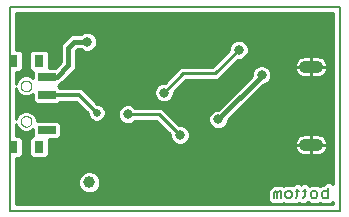
<source format=gbl>
G75*
%MOIN*%
%OFA0B0*%
%FSLAX25Y25*%
%IPPOS*%
%LPD*%
%AMOC8*
5,1,8,0,0,1.08239X$1,22.5*
%
%ADD10C,0.00800*%
%ADD11C,0.00600*%
%ADD12C,0.03937*%
%ADD13C,0.04000*%
%ADD14R,0.05906X0.02756*%
%ADD15R,0.02362X0.03937*%
%ADD16R,0.03150X0.03937*%
%ADD17C,0.00000*%
%ADD18C,0.01000*%
%ADD19C,0.02400*%
%ADD20C,0.02578*%
%ADD21C,0.03200*%
%ADD22C,0.01200*%
%ADD23C,0.01600*%
D10*
X0101036Y0048333D02*
X0101036Y0116333D01*
X0211036Y0116333D01*
X0211036Y0048333D01*
X0101036Y0048333D01*
D11*
X0189121Y0052570D02*
X0189121Y0054272D01*
X0189688Y0054839D01*
X0190255Y0054272D01*
X0190255Y0052570D01*
X0191390Y0052570D02*
X0191390Y0054839D01*
X0190823Y0054839D01*
X0190255Y0054272D01*
X0192804Y0054272D02*
X0192804Y0053137D01*
X0193371Y0052570D01*
X0194506Y0052570D01*
X0195073Y0053137D01*
X0195073Y0054272D01*
X0194506Y0054839D01*
X0193371Y0054839D01*
X0192804Y0054272D01*
X0196394Y0054839D02*
X0197528Y0054839D01*
X0196961Y0055406D02*
X0196961Y0053137D01*
X0196394Y0052570D01*
X0198849Y0052570D02*
X0199417Y0053137D01*
X0199417Y0055406D01*
X0199984Y0054839D02*
X0198849Y0054839D01*
X0201398Y0054272D02*
X0201398Y0053137D01*
X0201965Y0052570D01*
X0203100Y0052570D01*
X0203667Y0053137D01*
X0203667Y0054272D01*
X0203100Y0054839D01*
X0201965Y0054839D01*
X0201398Y0054272D01*
X0205081Y0054272D02*
X0205081Y0053137D01*
X0205649Y0052570D01*
X0207350Y0052570D01*
X0207350Y0055973D01*
X0207350Y0054839D02*
X0205649Y0054839D01*
X0205081Y0054272D01*
D12*
X0127636Y0057733D03*
D13*
X0199567Y0070341D02*
X0203567Y0070341D01*
X0203567Y0096325D02*
X0199567Y0096325D01*
D14*
X0113457Y0092861D03*
X0113457Y0086955D03*
X0113457Y0075144D03*
D15*
X0102630Y0069633D03*
X0102630Y0098373D03*
D16*
X0110898Y0098373D03*
X0110898Y0069633D03*
D17*
X0104795Y0078097D02*
X0104797Y0078181D01*
X0104803Y0078264D01*
X0104813Y0078347D01*
X0104827Y0078430D01*
X0104844Y0078512D01*
X0104866Y0078593D01*
X0104891Y0078672D01*
X0104920Y0078751D01*
X0104953Y0078828D01*
X0104989Y0078903D01*
X0105029Y0078977D01*
X0105072Y0079049D01*
X0105119Y0079118D01*
X0105169Y0079185D01*
X0105222Y0079250D01*
X0105278Y0079312D01*
X0105336Y0079372D01*
X0105398Y0079429D01*
X0105462Y0079482D01*
X0105529Y0079533D01*
X0105598Y0079580D01*
X0105669Y0079625D01*
X0105742Y0079665D01*
X0105817Y0079702D01*
X0105894Y0079736D01*
X0105972Y0079766D01*
X0106051Y0079792D01*
X0106132Y0079815D01*
X0106214Y0079833D01*
X0106296Y0079848D01*
X0106379Y0079859D01*
X0106462Y0079866D01*
X0106546Y0079869D01*
X0106630Y0079868D01*
X0106713Y0079863D01*
X0106797Y0079854D01*
X0106879Y0079841D01*
X0106961Y0079825D01*
X0107042Y0079804D01*
X0107123Y0079780D01*
X0107201Y0079752D01*
X0107279Y0079720D01*
X0107355Y0079684D01*
X0107429Y0079645D01*
X0107501Y0079603D01*
X0107571Y0079557D01*
X0107639Y0079508D01*
X0107704Y0079456D01*
X0107767Y0079401D01*
X0107827Y0079343D01*
X0107885Y0079282D01*
X0107939Y0079218D01*
X0107991Y0079152D01*
X0108039Y0079084D01*
X0108084Y0079013D01*
X0108125Y0078940D01*
X0108164Y0078866D01*
X0108198Y0078790D01*
X0108229Y0078712D01*
X0108256Y0078633D01*
X0108280Y0078552D01*
X0108299Y0078471D01*
X0108315Y0078389D01*
X0108327Y0078306D01*
X0108335Y0078222D01*
X0108339Y0078139D01*
X0108339Y0078055D01*
X0108335Y0077972D01*
X0108327Y0077888D01*
X0108315Y0077805D01*
X0108299Y0077723D01*
X0108280Y0077642D01*
X0108256Y0077561D01*
X0108229Y0077482D01*
X0108198Y0077404D01*
X0108164Y0077328D01*
X0108125Y0077254D01*
X0108084Y0077181D01*
X0108039Y0077110D01*
X0107991Y0077042D01*
X0107939Y0076976D01*
X0107885Y0076912D01*
X0107827Y0076851D01*
X0107767Y0076793D01*
X0107704Y0076738D01*
X0107639Y0076686D01*
X0107571Y0076637D01*
X0107501Y0076591D01*
X0107429Y0076549D01*
X0107355Y0076510D01*
X0107279Y0076474D01*
X0107201Y0076442D01*
X0107123Y0076414D01*
X0107042Y0076390D01*
X0106961Y0076369D01*
X0106879Y0076353D01*
X0106797Y0076340D01*
X0106713Y0076331D01*
X0106630Y0076326D01*
X0106546Y0076325D01*
X0106462Y0076328D01*
X0106379Y0076335D01*
X0106296Y0076346D01*
X0106214Y0076361D01*
X0106132Y0076379D01*
X0106051Y0076402D01*
X0105972Y0076428D01*
X0105894Y0076458D01*
X0105817Y0076492D01*
X0105742Y0076529D01*
X0105669Y0076569D01*
X0105598Y0076614D01*
X0105529Y0076661D01*
X0105462Y0076712D01*
X0105398Y0076765D01*
X0105336Y0076822D01*
X0105278Y0076882D01*
X0105222Y0076944D01*
X0105169Y0077009D01*
X0105119Y0077076D01*
X0105072Y0077145D01*
X0105029Y0077217D01*
X0104989Y0077291D01*
X0104953Y0077366D01*
X0104920Y0077443D01*
X0104891Y0077522D01*
X0104866Y0077601D01*
X0104844Y0077682D01*
X0104827Y0077764D01*
X0104813Y0077847D01*
X0104803Y0077930D01*
X0104797Y0078013D01*
X0104795Y0078097D01*
X0104795Y0089908D02*
X0104797Y0089992D01*
X0104803Y0090075D01*
X0104813Y0090158D01*
X0104827Y0090241D01*
X0104844Y0090323D01*
X0104866Y0090404D01*
X0104891Y0090483D01*
X0104920Y0090562D01*
X0104953Y0090639D01*
X0104989Y0090714D01*
X0105029Y0090788D01*
X0105072Y0090860D01*
X0105119Y0090929D01*
X0105169Y0090996D01*
X0105222Y0091061D01*
X0105278Y0091123D01*
X0105336Y0091183D01*
X0105398Y0091240D01*
X0105462Y0091293D01*
X0105529Y0091344D01*
X0105598Y0091391D01*
X0105669Y0091436D01*
X0105742Y0091476D01*
X0105817Y0091513D01*
X0105894Y0091547D01*
X0105972Y0091577D01*
X0106051Y0091603D01*
X0106132Y0091626D01*
X0106214Y0091644D01*
X0106296Y0091659D01*
X0106379Y0091670D01*
X0106462Y0091677D01*
X0106546Y0091680D01*
X0106630Y0091679D01*
X0106713Y0091674D01*
X0106797Y0091665D01*
X0106879Y0091652D01*
X0106961Y0091636D01*
X0107042Y0091615D01*
X0107123Y0091591D01*
X0107201Y0091563D01*
X0107279Y0091531D01*
X0107355Y0091495D01*
X0107429Y0091456D01*
X0107501Y0091414D01*
X0107571Y0091368D01*
X0107639Y0091319D01*
X0107704Y0091267D01*
X0107767Y0091212D01*
X0107827Y0091154D01*
X0107885Y0091093D01*
X0107939Y0091029D01*
X0107991Y0090963D01*
X0108039Y0090895D01*
X0108084Y0090824D01*
X0108125Y0090751D01*
X0108164Y0090677D01*
X0108198Y0090601D01*
X0108229Y0090523D01*
X0108256Y0090444D01*
X0108280Y0090363D01*
X0108299Y0090282D01*
X0108315Y0090200D01*
X0108327Y0090117D01*
X0108335Y0090033D01*
X0108339Y0089950D01*
X0108339Y0089866D01*
X0108335Y0089783D01*
X0108327Y0089699D01*
X0108315Y0089616D01*
X0108299Y0089534D01*
X0108280Y0089453D01*
X0108256Y0089372D01*
X0108229Y0089293D01*
X0108198Y0089215D01*
X0108164Y0089139D01*
X0108125Y0089065D01*
X0108084Y0088992D01*
X0108039Y0088921D01*
X0107991Y0088853D01*
X0107939Y0088787D01*
X0107885Y0088723D01*
X0107827Y0088662D01*
X0107767Y0088604D01*
X0107704Y0088549D01*
X0107639Y0088497D01*
X0107571Y0088448D01*
X0107501Y0088402D01*
X0107429Y0088360D01*
X0107355Y0088321D01*
X0107279Y0088285D01*
X0107201Y0088253D01*
X0107123Y0088225D01*
X0107042Y0088201D01*
X0106961Y0088180D01*
X0106879Y0088164D01*
X0106797Y0088151D01*
X0106713Y0088142D01*
X0106630Y0088137D01*
X0106546Y0088136D01*
X0106462Y0088139D01*
X0106379Y0088146D01*
X0106296Y0088157D01*
X0106214Y0088172D01*
X0106132Y0088190D01*
X0106051Y0088213D01*
X0105972Y0088239D01*
X0105894Y0088269D01*
X0105817Y0088303D01*
X0105742Y0088340D01*
X0105669Y0088380D01*
X0105598Y0088425D01*
X0105529Y0088472D01*
X0105462Y0088523D01*
X0105398Y0088576D01*
X0105336Y0088633D01*
X0105278Y0088693D01*
X0105222Y0088755D01*
X0105169Y0088820D01*
X0105119Y0088887D01*
X0105072Y0088956D01*
X0105029Y0089028D01*
X0104989Y0089102D01*
X0104953Y0089177D01*
X0104920Y0089254D01*
X0104891Y0089333D01*
X0104866Y0089412D01*
X0104844Y0089493D01*
X0104827Y0089575D01*
X0104813Y0089658D01*
X0104803Y0089741D01*
X0104797Y0089824D01*
X0104795Y0089908D01*
D18*
X0103136Y0089121D02*
X0103624Y0087942D01*
X0104601Y0086965D01*
X0105877Y0086436D01*
X0107258Y0086436D01*
X0108534Y0086965D01*
X0108804Y0087236D01*
X0108804Y0084873D01*
X0109800Y0083877D01*
X0117114Y0083877D01*
X0117892Y0084655D01*
X0123193Y0084655D01*
X0127102Y0080747D01*
X0127102Y0080416D01*
X0127557Y0079317D01*
X0128398Y0078477D01*
X0129496Y0078022D01*
X0130686Y0078022D01*
X0131784Y0078477D01*
X0132625Y0079317D01*
X0133080Y0080416D01*
X0133080Y0081605D01*
X0132625Y0082704D01*
X0131784Y0083544D01*
X0130686Y0083999D01*
X0130355Y0083999D01*
X0126446Y0087908D01*
X0125099Y0089255D01*
X0117892Y0089255D01*
X0117239Y0089908D01*
X0118010Y0090679D01*
X0118161Y0090741D01*
X0122058Y0094639D01*
X0122058Y0094639D01*
X0122762Y0095342D01*
X0123142Y0096261D01*
X0123142Y0101628D01*
X0123646Y0102133D01*
X0124775Y0102133D01*
X0125072Y0101835D01*
X0126285Y0101333D01*
X0127598Y0101333D01*
X0128811Y0101835D01*
X0129739Y0102763D01*
X0130241Y0103976D01*
X0130241Y0105289D01*
X0129739Y0106502D01*
X0128811Y0107430D01*
X0127598Y0107933D01*
X0126285Y0107933D01*
X0125072Y0107430D01*
X0124775Y0107133D01*
X0122113Y0107133D01*
X0121195Y0106752D01*
X0118523Y0104080D01*
X0118142Y0103161D01*
X0118142Y0097794D01*
X0116287Y0095939D01*
X0114173Y0095939D01*
X0114173Y0101045D01*
X0113177Y0102041D01*
X0108619Y0102041D01*
X0107623Y0101045D01*
X0107623Y0095700D01*
X0108619Y0094704D01*
X0108804Y0094704D01*
X0108804Y0092581D01*
X0108534Y0092851D01*
X0107258Y0093380D01*
X0105877Y0093380D01*
X0104601Y0092851D01*
X0103624Y0091875D01*
X0103136Y0090696D01*
X0103136Y0094704D01*
X0104516Y0094704D01*
X0105511Y0095700D01*
X0105511Y0101045D01*
X0104516Y0102041D01*
X0103136Y0102041D01*
X0103136Y0114233D01*
X0208936Y0114233D01*
X0208936Y0057216D01*
X0208179Y0057973D01*
X0206522Y0057973D01*
X0205387Y0056839D01*
X0204820Y0056839D01*
X0204374Y0056393D01*
X0203928Y0056839D01*
X0201137Y0056839D01*
X0200975Y0056677D01*
X0200812Y0056839D01*
X0200245Y0057406D01*
X0198588Y0057406D01*
X0198189Y0057007D01*
X0197790Y0057406D01*
X0196133Y0057406D01*
X0195566Y0056839D01*
X0195450Y0056723D01*
X0195334Y0056839D01*
X0192543Y0056839D01*
X0192381Y0056677D01*
X0192218Y0056839D01*
X0188860Y0056839D01*
X0187688Y0055667D01*
X0187121Y0055100D01*
X0187121Y0051742D01*
X0188293Y0050570D01*
X0192218Y0050570D01*
X0192381Y0050733D01*
X0192543Y0050570D01*
X0195334Y0050570D01*
X0195450Y0050686D01*
X0195566Y0050570D01*
X0197222Y0050570D01*
X0197622Y0050970D01*
X0198021Y0050570D01*
X0199678Y0050570D01*
X0200407Y0051300D01*
X0200570Y0051137D01*
X0201137Y0050570D01*
X0203928Y0050570D01*
X0204374Y0051016D01*
X0204820Y0050570D01*
X0208179Y0050570D01*
X0208936Y0051328D01*
X0208936Y0050433D01*
X0103136Y0050433D01*
X0103136Y0065964D01*
X0104516Y0065964D01*
X0105511Y0066960D01*
X0105511Y0072305D01*
X0104516Y0073301D01*
X0103136Y0073301D01*
X0103136Y0077310D01*
X0103624Y0076131D01*
X0104601Y0075154D01*
X0105877Y0074625D01*
X0107258Y0074625D01*
X0108534Y0075154D01*
X0108804Y0075424D01*
X0108804Y0073301D01*
X0108619Y0073301D01*
X0107623Y0072305D01*
X0107623Y0066960D01*
X0108619Y0065964D01*
X0113177Y0065964D01*
X0114173Y0066960D01*
X0114173Y0072066D01*
X0117114Y0072066D01*
X0118110Y0073062D01*
X0118110Y0077226D01*
X0117114Y0078222D01*
X0110039Y0078222D01*
X0110039Y0078788D01*
X0109511Y0080064D01*
X0108534Y0081040D01*
X0107258Y0081569D01*
X0105877Y0081569D01*
X0104601Y0081040D01*
X0103624Y0080064D01*
X0103136Y0078885D01*
X0103136Y0089121D01*
X0103136Y0088274D02*
X0103487Y0088274D01*
X0103136Y0087275D02*
X0104291Y0087275D01*
X0103136Y0086277D02*
X0108804Y0086277D01*
X0108804Y0085278D02*
X0103136Y0085278D01*
X0103136Y0084280D02*
X0109398Y0084280D01*
X0103136Y0083281D02*
X0124568Y0083281D01*
X0125566Y0082283D02*
X0103136Y0082283D01*
X0103136Y0081284D02*
X0105190Y0081284D01*
X0103846Y0080286D02*
X0103136Y0080286D01*
X0103136Y0079287D02*
X0103303Y0079287D01*
X0107945Y0081284D02*
X0126565Y0081284D01*
X0127156Y0080286D02*
X0109288Y0080286D01*
X0109832Y0079287D02*
X0127587Y0079287D01*
X0128852Y0078289D02*
X0110039Y0078289D01*
X0103144Y0077290D02*
X0103136Y0077290D01*
X0103136Y0076292D02*
X0103558Y0076292D01*
X0103136Y0075293D02*
X0104462Y0075293D01*
X0103136Y0074295D02*
X0108804Y0074295D01*
X0108804Y0075293D02*
X0108673Y0075293D01*
X0108614Y0073296D02*
X0104521Y0073296D01*
X0105511Y0072298D02*
X0107623Y0072298D01*
X0107623Y0071299D02*
X0105511Y0071299D01*
X0105511Y0070301D02*
X0107623Y0070301D01*
X0107623Y0069302D02*
X0105511Y0069302D01*
X0105511Y0068304D02*
X0107623Y0068304D01*
X0107623Y0067305D02*
X0105511Y0067305D01*
X0104858Y0066307D02*
X0108277Y0066307D01*
X0103136Y0065308D02*
X0208936Y0065308D01*
X0208936Y0064310D02*
X0103136Y0064310D01*
X0103136Y0063311D02*
X0208936Y0063311D01*
X0208936Y0062312D02*
X0103136Y0062312D01*
X0103136Y0061314D02*
X0126694Y0061314D01*
X0126906Y0061402D02*
X0125558Y0060843D01*
X0124526Y0059811D01*
X0123967Y0058463D01*
X0123967Y0057004D01*
X0124526Y0055655D01*
X0125558Y0054623D01*
X0126906Y0054065D01*
X0128366Y0054065D01*
X0129714Y0054623D01*
X0130746Y0055655D01*
X0131304Y0057004D01*
X0131304Y0058463D01*
X0130746Y0059811D01*
X0129714Y0060843D01*
X0128366Y0061402D01*
X0126906Y0061402D01*
X0128578Y0061314D02*
X0208936Y0061314D01*
X0208936Y0060315D02*
X0130242Y0060315D01*
X0130951Y0059317D02*
X0208936Y0059317D01*
X0208936Y0058318D02*
X0131304Y0058318D01*
X0131304Y0057320D02*
X0196047Y0057320D01*
X0197876Y0057320D02*
X0198502Y0057320D01*
X0200331Y0057320D02*
X0205868Y0057320D01*
X0208832Y0057320D02*
X0208936Y0057320D01*
X0188342Y0056321D02*
X0131022Y0056321D01*
X0130414Y0055323D02*
X0187344Y0055323D01*
X0187688Y0055667D02*
X0187688Y0055667D01*
X0187121Y0054324D02*
X0128992Y0054324D01*
X0126280Y0054324D02*
X0103136Y0054324D01*
X0103136Y0053326D02*
X0187121Y0053326D01*
X0187121Y0052327D02*
X0103136Y0052327D01*
X0103136Y0051329D02*
X0187534Y0051329D01*
X0197910Y0067240D02*
X0198546Y0066976D01*
X0199223Y0066841D01*
X0201567Y0066841D01*
X0201567Y0070341D01*
X0196067Y0070341D01*
X0196067Y0069996D01*
X0196202Y0069320D01*
X0196466Y0068683D01*
X0196849Y0068110D01*
X0197336Y0067623D01*
X0197910Y0067240D01*
X0197812Y0067305D02*
X0114173Y0067305D01*
X0114173Y0068304D02*
X0196720Y0068304D01*
X0196209Y0069302D02*
X0114173Y0069302D01*
X0114173Y0070301D02*
X0157017Y0070301D01*
X0157179Y0070233D02*
X0158492Y0070233D01*
X0159705Y0070736D01*
X0160634Y0071664D01*
X0161136Y0072877D01*
X0161136Y0074190D01*
X0160634Y0075403D01*
X0159705Y0076331D01*
X0158492Y0076833D01*
X0157647Y0076833D01*
X0151810Y0082670D01*
X0142903Y0082670D01*
X0142305Y0083268D01*
X0141092Y0083770D01*
X0139779Y0083770D01*
X0138567Y0083268D01*
X0137638Y0082340D01*
X0137136Y0081127D01*
X0137136Y0079814D01*
X0137638Y0078601D01*
X0138567Y0077673D01*
X0139779Y0077170D01*
X0141092Y0077170D01*
X0142305Y0077673D01*
X0142903Y0078270D01*
X0149988Y0078270D01*
X0154536Y0073722D01*
X0154536Y0072877D01*
X0155038Y0071664D01*
X0155967Y0070736D01*
X0157179Y0070233D01*
X0158655Y0070301D02*
X0196067Y0070301D01*
X0196067Y0070341D02*
X0201567Y0070341D01*
X0201567Y0070341D01*
X0201567Y0070341D01*
X0201567Y0066841D01*
X0203912Y0066841D01*
X0204588Y0066976D01*
X0205225Y0067240D01*
X0205799Y0067623D01*
X0206286Y0068110D01*
X0206669Y0068683D01*
X0206933Y0069320D01*
X0207067Y0069996D01*
X0207067Y0070341D01*
X0201568Y0070341D01*
X0201568Y0070341D01*
X0207067Y0070341D01*
X0207067Y0070686D01*
X0206933Y0071362D01*
X0206669Y0071999D01*
X0206286Y0072572D01*
X0205799Y0073060D01*
X0205225Y0073443D01*
X0204588Y0073707D01*
X0203912Y0073841D01*
X0201567Y0073841D01*
X0199223Y0073841D01*
X0198546Y0073707D01*
X0197910Y0073443D01*
X0197336Y0073060D01*
X0196849Y0072572D01*
X0196466Y0071999D01*
X0196202Y0071362D01*
X0196067Y0070686D01*
X0196067Y0070341D01*
X0196189Y0071299D02*
X0160269Y0071299D01*
X0160896Y0072298D02*
X0196665Y0072298D01*
X0197690Y0073296D02*
X0161136Y0073296D01*
X0161092Y0074295D02*
X0208936Y0074295D01*
X0208936Y0075293D02*
X0160679Y0075293D01*
X0159744Y0076292D02*
X0168411Y0076292D01*
X0168767Y0075936D02*
X0169979Y0075433D01*
X0171292Y0075433D01*
X0172505Y0075936D01*
X0173434Y0076864D01*
X0173936Y0078077D01*
X0173936Y0078498D01*
X0185671Y0090233D01*
X0185692Y0090233D01*
X0186905Y0090736D01*
X0187834Y0091664D01*
X0188336Y0092877D01*
X0188336Y0094190D01*
X0187834Y0095403D01*
X0186905Y0096331D01*
X0185692Y0096833D01*
X0184379Y0096833D01*
X0183167Y0096331D01*
X0182238Y0095403D01*
X0181736Y0094190D01*
X0181736Y0093369D01*
X0170400Y0082033D01*
X0169979Y0082033D01*
X0168767Y0081531D01*
X0167838Y0080603D01*
X0167336Y0079390D01*
X0167336Y0078077D01*
X0167838Y0076864D01*
X0168767Y0075936D01*
X0167662Y0077290D02*
X0157190Y0077290D01*
X0156192Y0078289D02*
X0167336Y0078289D01*
X0167336Y0079287D02*
X0155193Y0079287D01*
X0154195Y0080286D02*
X0167707Y0080286D01*
X0168520Y0081284D02*
X0153196Y0081284D01*
X0152198Y0082283D02*
X0170650Y0082283D01*
X0171648Y0083281D02*
X0142273Y0083281D01*
X0140436Y0080470D02*
X0150899Y0080470D01*
X0157836Y0073533D01*
X0154776Y0072298D02*
X0117345Y0072298D01*
X0118110Y0073296D02*
X0154536Y0073296D01*
X0153963Y0074295D02*
X0118110Y0074295D01*
X0118110Y0075293D02*
X0152965Y0075293D01*
X0151966Y0076292D02*
X0118110Y0076292D01*
X0118046Y0077290D02*
X0139490Y0077290D01*
X0137951Y0078289D02*
X0131331Y0078289D01*
X0132595Y0079287D02*
X0137354Y0079287D01*
X0137136Y0080286D02*
X0133026Y0080286D01*
X0133080Y0081284D02*
X0137201Y0081284D01*
X0137615Y0082283D02*
X0132799Y0082283D01*
X0132047Y0083281D02*
X0138599Y0083281D01*
X0130074Y0084280D02*
X0172647Y0084280D01*
X0173645Y0085278D02*
X0154774Y0085278D01*
X0154401Y0084906D02*
X0155330Y0085834D01*
X0155832Y0087047D01*
X0155832Y0087892D01*
X0159802Y0091862D01*
X0170476Y0091862D01*
X0177247Y0098633D01*
X0178092Y0098633D01*
X0179305Y0099136D01*
X0180234Y0100064D01*
X0180736Y0101277D01*
X0180736Y0102590D01*
X0180234Y0103803D01*
X0179305Y0104731D01*
X0178092Y0105233D01*
X0176779Y0105233D01*
X0175567Y0104731D01*
X0174638Y0103803D01*
X0174136Y0102590D01*
X0174136Y0101745D01*
X0168654Y0096262D01*
X0157980Y0096262D01*
X0156691Y0094974D01*
X0152721Y0091003D01*
X0151876Y0091003D01*
X0150663Y0090501D01*
X0149734Y0089573D01*
X0149232Y0088360D01*
X0149232Y0087047D01*
X0149734Y0085834D01*
X0150663Y0084906D01*
X0151876Y0084403D01*
X0153188Y0084403D01*
X0154401Y0084906D01*
X0150290Y0085278D02*
X0129076Y0085278D01*
X0128077Y0086277D02*
X0149551Y0086277D01*
X0149232Y0087275D02*
X0127079Y0087275D01*
X0126080Y0088274D02*
X0149232Y0088274D01*
X0149610Y0089272D02*
X0117875Y0089272D01*
X0117602Y0090271D02*
X0150432Y0090271D01*
X0152987Y0091269D02*
X0118689Y0091269D01*
X0119687Y0092268D02*
X0153985Y0092268D01*
X0154984Y0093266D02*
X0120686Y0093266D01*
X0121684Y0094265D02*
X0155982Y0094265D01*
X0156981Y0095263D02*
X0122683Y0095263D01*
X0123142Y0096262D02*
X0157979Y0096262D01*
X0158891Y0094062D02*
X0169565Y0094062D01*
X0177436Y0101933D01*
X0180462Y0103251D02*
X0208936Y0103251D01*
X0208936Y0102253D02*
X0180736Y0102253D01*
X0180727Y0101254D02*
X0208936Y0101254D01*
X0208936Y0100256D02*
X0180313Y0100256D01*
X0179427Y0099257D02*
X0197656Y0099257D01*
X0197910Y0099427D02*
X0197336Y0099044D01*
X0196849Y0098557D01*
X0196466Y0097983D01*
X0196202Y0097346D01*
X0196067Y0096670D01*
X0196067Y0096326D01*
X0201567Y0096326D01*
X0201567Y0099825D01*
X0199223Y0099825D01*
X0198546Y0099691D01*
X0197910Y0099427D01*
X0196650Y0098259D02*
X0176873Y0098259D01*
X0175874Y0097260D02*
X0196185Y0097260D01*
X0196067Y0096325D02*
X0196067Y0095981D01*
X0196202Y0095305D01*
X0196466Y0094668D01*
X0196849Y0094094D01*
X0197336Y0093607D01*
X0197910Y0093224D01*
X0198546Y0092960D01*
X0199223Y0092825D01*
X0201567Y0092825D01*
X0201567Y0096325D01*
X0201567Y0096325D01*
X0196067Y0096325D01*
X0196067Y0096262D02*
X0186974Y0096262D01*
X0187891Y0095263D02*
X0196219Y0095263D01*
X0196735Y0094265D02*
X0188305Y0094265D01*
X0188336Y0093266D02*
X0197846Y0093266D01*
X0201567Y0093266D02*
X0201567Y0093266D01*
X0201567Y0092825D02*
X0203912Y0092825D01*
X0204588Y0092960D01*
X0205225Y0093224D01*
X0205799Y0093607D01*
X0206286Y0094094D01*
X0206669Y0094668D01*
X0206933Y0095305D01*
X0207067Y0095981D01*
X0207067Y0096325D01*
X0201568Y0096325D01*
X0201568Y0096326D01*
X0201567Y0096326D02*
X0201567Y0096326D01*
X0201567Y0096325D01*
X0201567Y0092825D01*
X0201567Y0094265D02*
X0201567Y0094265D01*
X0201567Y0095263D02*
X0201567Y0095263D01*
X0201567Y0096262D02*
X0201567Y0096262D01*
X0201568Y0096326D02*
X0207067Y0096326D01*
X0207067Y0096670D01*
X0206933Y0097346D01*
X0206669Y0097983D01*
X0206286Y0098557D01*
X0205799Y0099044D01*
X0205225Y0099427D01*
X0204588Y0099691D01*
X0203912Y0099825D01*
X0201567Y0099825D01*
X0201567Y0096326D01*
X0201567Y0097260D02*
X0201567Y0097260D01*
X0201567Y0098259D02*
X0201567Y0098259D01*
X0201567Y0099257D02*
X0201567Y0099257D01*
X0205479Y0099257D02*
X0208936Y0099257D01*
X0208936Y0098259D02*
X0206485Y0098259D01*
X0206950Y0097260D02*
X0208936Y0097260D01*
X0208936Y0096262D02*
X0207067Y0096262D01*
X0206916Y0095263D02*
X0208936Y0095263D01*
X0208936Y0094265D02*
X0206400Y0094265D01*
X0205289Y0093266D02*
X0208936Y0093266D01*
X0208936Y0092268D02*
X0188084Y0092268D01*
X0187439Y0091269D02*
X0208936Y0091269D01*
X0208936Y0090271D02*
X0185783Y0090271D01*
X0184710Y0089272D02*
X0208936Y0089272D01*
X0208936Y0088274D02*
X0183712Y0088274D01*
X0182713Y0087275D02*
X0208936Y0087275D01*
X0208936Y0086277D02*
X0181715Y0086277D01*
X0180716Y0085278D02*
X0208936Y0085278D01*
X0208936Y0084280D02*
X0179718Y0084280D01*
X0178719Y0083281D02*
X0208936Y0083281D01*
X0208936Y0082283D02*
X0177721Y0082283D01*
X0176722Y0081284D02*
X0208936Y0081284D01*
X0208936Y0080286D02*
X0175724Y0080286D01*
X0174725Y0079287D02*
X0208936Y0079287D01*
X0208936Y0078289D02*
X0173936Y0078289D01*
X0173610Y0077290D02*
X0208936Y0077290D01*
X0208936Y0076292D02*
X0172861Y0076292D01*
X0155403Y0071299D02*
X0114173Y0071299D01*
X0113520Y0066307D02*
X0208936Y0066307D01*
X0208936Y0067305D02*
X0205323Y0067305D01*
X0206415Y0068304D02*
X0208936Y0068304D01*
X0208936Y0069302D02*
X0206925Y0069302D01*
X0207067Y0070301D02*
X0208936Y0070301D01*
X0208936Y0071299D02*
X0206945Y0071299D01*
X0206470Y0072298D02*
X0208936Y0072298D01*
X0208936Y0073296D02*
X0205445Y0073296D01*
X0201567Y0073296D02*
X0201567Y0073296D01*
X0201567Y0073841D02*
X0201567Y0070341D01*
X0201567Y0070341D01*
X0201567Y0073841D01*
X0201567Y0072298D02*
X0201567Y0072298D01*
X0201567Y0071299D02*
X0201567Y0071299D01*
X0201567Y0070301D02*
X0201567Y0070301D01*
X0201567Y0069302D02*
X0201567Y0069302D01*
X0201567Y0068304D02*
X0201567Y0068304D01*
X0201567Y0067305D02*
X0201567Y0067305D01*
X0150968Y0077290D02*
X0141382Y0077290D01*
X0123569Y0084280D02*
X0117516Y0084280D01*
X0103374Y0091269D02*
X0103136Y0091269D01*
X0103136Y0092268D02*
X0104017Y0092268D01*
X0103136Y0093266D02*
X0105603Y0093266D01*
X0107532Y0093266D02*
X0108804Y0093266D01*
X0108804Y0094265D02*
X0103136Y0094265D01*
X0105075Y0095263D02*
X0108060Y0095263D01*
X0107623Y0096262D02*
X0105511Y0096262D01*
X0105511Y0097260D02*
X0107623Y0097260D01*
X0107623Y0098259D02*
X0105511Y0098259D01*
X0105511Y0099257D02*
X0107623Y0099257D01*
X0107623Y0100256D02*
X0105511Y0100256D01*
X0105302Y0101254D02*
X0107832Y0101254D01*
X0103136Y0102253D02*
X0118142Y0102253D01*
X0118142Y0101254D02*
X0113964Y0101254D01*
X0114173Y0100256D02*
X0118142Y0100256D01*
X0118142Y0099257D02*
X0114173Y0099257D01*
X0114173Y0098259D02*
X0118142Y0098259D01*
X0117609Y0097260D02*
X0114173Y0097260D01*
X0114173Y0096262D02*
X0116610Y0096262D01*
X0123142Y0097260D02*
X0169652Y0097260D01*
X0170650Y0098259D02*
X0123142Y0098259D01*
X0123142Y0099257D02*
X0171649Y0099257D01*
X0172647Y0100256D02*
X0123142Y0100256D01*
X0123142Y0101254D02*
X0173646Y0101254D01*
X0174136Y0102253D02*
X0129229Y0102253D01*
X0129941Y0103251D02*
X0174410Y0103251D01*
X0175086Y0104250D02*
X0130241Y0104250D01*
X0130241Y0105248D02*
X0208936Y0105248D01*
X0208936Y0104250D02*
X0179786Y0104250D01*
X0183098Y0096262D02*
X0174876Y0096262D01*
X0173877Y0095263D02*
X0182181Y0095263D01*
X0181767Y0094265D02*
X0172879Y0094265D01*
X0171880Y0093266D02*
X0181633Y0093266D01*
X0180635Y0092268D02*
X0170882Y0092268D01*
X0178638Y0090271D02*
X0158211Y0090271D01*
X0159209Y0091269D02*
X0179636Y0091269D01*
X0177639Y0089272D02*
X0157212Y0089272D01*
X0156214Y0088274D02*
X0176641Y0088274D01*
X0175642Y0087275D02*
X0155832Y0087275D01*
X0155513Y0086277D02*
X0174644Y0086277D01*
X0158891Y0094062D02*
X0152532Y0087703D01*
X0118180Y0103251D02*
X0103136Y0103251D01*
X0103136Y0104250D02*
X0118693Y0104250D01*
X0119691Y0105248D02*
X0103136Y0105248D01*
X0103136Y0106247D02*
X0120690Y0106247D01*
X0124887Y0107245D02*
X0103136Y0107245D01*
X0103136Y0108244D02*
X0208936Y0108244D01*
X0208936Y0107245D02*
X0128995Y0107245D01*
X0129845Y0106247D02*
X0208936Y0106247D01*
X0208936Y0109243D02*
X0103136Y0109243D01*
X0103136Y0110241D02*
X0208936Y0110241D01*
X0208936Y0111240D02*
X0103136Y0111240D01*
X0103136Y0112238D02*
X0208936Y0112238D01*
X0208936Y0113237D02*
X0103136Y0113237D01*
X0103136Y0060315D02*
X0125030Y0060315D01*
X0124321Y0059317D02*
X0103136Y0059317D01*
X0103136Y0058318D02*
X0123967Y0058318D01*
X0123967Y0057320D02*
X0103136Y0057320D01*
X0103136Y0056321D02*
X0124250Y0056321D01*
X0124858Y0055323D02*
X0103136Y0055323D01*
D19*
X0183554Y0112470D03*
D20*
X0163949Y0105026D03*
X0142689Y0090459D03*
X0130091Y0081010D03*
X0191902Y0060144D03*
D21*
X0157836Y0073533D03*
X0170636Y0078733D03*
X0152532Y0087703D03*
X0140436Y0080470D03*
X0185036Y0093533D03*
X0177436Y0101933D03*
X0126941Y0104633D03*
D22*
X0116745Y0092861D02*
X0113457Y0092861D01*
X0113457Y0086955D02*
X0124146Y0086955D01*
X0130091Y0081010D01*
X0185036Y0093133D02*
X0185036Y0093533D01*
D23*
X0185036Y0093133D02*
X0170636Y0078733D01*
X0120642Y0096759D02*
X0116745Y0092861D01*
X0120642Y0096759D02*
X0120642Y0102664D01*
X0122611Y0104633D01*
X0126941Y0104633D01*
M02*

</source>
